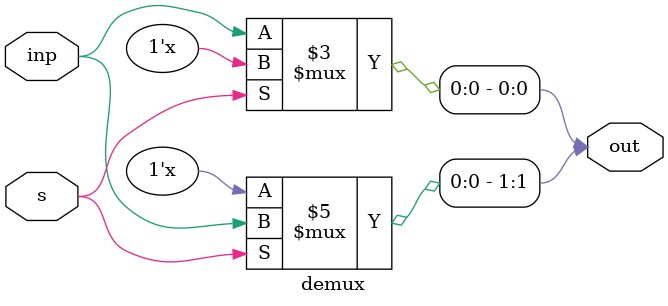
<source format=v>
`timescale 1ns / 1ps


module demux(inp,s,out);
input inp,s;
output reg [1:0] out;

always@(*) begin
    case(s) 
        1'b0: out[0] = inp;
        1'b1: out[1] = inp;
        default: out = 2'b00;
    endcase 
end
endmodule

</source>
